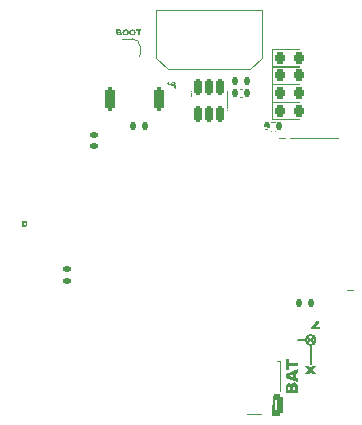
<source format=gbr>
%TF.GenerationSoftware,KiCad,Pcbnew,8.0.4*%
%TF.CreationDate,2024-12-05T11:14:02-05:00*%
%TF.ProjectId,IMpack,494d7061-636b-42e6-9b69-6361645f7063,rev?*%
%TF.SameCoordinates,Original*%
%TF.FileFunction,Legend,Top*%
%TF.FilePolarity,Positive*%
%FSLAX46Y46*%
G04 Gerber Fmt 4.6, Leading zero omitted, Abs format (unit mm)*
G04 Created by KiCad (PCBNEW 8.0.4) date 2024-12-05 11:14:02*
%MOMM*%
%LPD*%
G01*
G04 APERTURE LIST*
G04 Aperture macros list*
%AMRoundRect*
0 Rectangle with rounded corners*
0 $1 Rounding radius*
0 $2 $3 $4 $5 $6 $7 $8 $9 X,Y pos of 4 corners*
0 Add a 4 corners polygon primitive as box body*
4,1,4,$2,$3,$4,$5,$6,$7,$8,$9,$2,$3,0*
0 Add four circle primitives for the rounded corners*
1,1,$1+$1,$2,$3*
1,1,$1+$1,$4,$5*
1,1,$1+$1,$6,$7*
1,1,$1+$1,$8,$9*
0 Add four rect primitives between the rounded corners*
20,1,$1+$1,$2,$3,$4,$5,0*
20,1,$1+$1,$4,$5,$6,$7,0*
20,1,$1+$1,$6,$7,$8,$9,0*
20,1,$1+$1,$8,$9,$2,$3,0*%
%AMOutline4P*
0 Free polygon, 4 corners , with rotation*
0 The origin of the aperture is its center*
0 number of corners: always 4*
0 $1 to $8 corner X, Y*
0 $9 Rotation angle, in degrees counterclockwise*
0 create outline with 4 corners*
4,1,4,$1,$2,$3,$4,$5,$6,$7,$8,$1,$2,$9*%
%AMFreePoly0*
4,1,19,0.500000,-0.750000,0.000000,-0.750000,0.000000,-0.744911,-0.071157,-0.744911,-0.207708,-0.704816,-0.327430,-0.627875,-0.420627,-0.520320,-0.479746,-0.390866,-0.500000,-0.250000,-0.500000,0.250000,-0.479746,0.390866,-0.420627,0.520320,-0.327430,0.627875,-0.207708,0.704816,-0.071157,0.744911,0.000000,0.744911,0.000000,0.750000,0.500000,0.750000,0.500000,-0.750000,0.500000,-0.750000,
$1*%
%AMFreePoly1*
4,1,19,0.000000,0.744911,0.071157,0.744911,0.207708,0.704816,0.327430,0.627875,0.420627,0.520320,0.479746,0.390866,0.500000,0.250000,0.500000,-0.250000,0.479746,-0.390866,0.420627,-0.520320,0.327430,-0.627875,0.207708,-0.704816,0.071157,-0.744911,0.000000,-0.744911,0.000000,-0.750000,-0.500000,-0.750000,-0.500000,0.750000,0.000000,0.750000,0.000000,0.744911,0.000000,0.744911,
$1*%
%AMFreePoly2*
4,1,288,-10.746393,17.152804,-10.619479,17.114421,-10.619480,17.114421,-9.851444,16.755480,-9.100467,16.362094,-8.670211,16.111225,-8.641226,16.098531,-8.592373,16.065840,-8.368095,15.935071,-7.655832,15.475290,-6.965142,14.983695,-6.297446,14.461297,-5.654115,13.909170,-5.036473,13.328450,-4.445789,12.720329,-3.883278,12.086059,-3.350096,11.426942,-2.847339,10.744335,-2.376040,10.039640,-2.067728,9.530084,
-2.057470,9.514754,-2.057469,9.514755,-2.054889,9.508865,-1.937169,9.314305,-1.531627,8.569823,-1.160249,7.807723,-0.823798,7.029572,-0.522965,6.236971,-0.258369,5.431547,-0.030554,4.614958,0.160012,3.788881,0.312937,2.955016,0.427907,2.115076,0.504685,1.270787,0.543114,0.423886,0.543114,-0.423886,0.504685,-1.270787,0.427907,-2.115076,0.312937,-2.955016,0.160012,-3.788881,
-0.030554,-4.614958,-0.258369,-5.431547,-0.522965,-6.236971,-0.823798,-7.029572,-1.160249,-7.807723,-1.531627,-8.569823,-1.937169,-9.314305,-2.054834,-9.508774,-2.057457,-9.514762,-2.057458,-9.514761,-2.067886,-9.530344,-2.376040,-10.039640,-2.847339,-10.744335,-3.350096,-11.426942,-3.883278,-12.086059,-4.445789,-12.720329,-5.036473,-13.328450,-5.654115,-13.909170,-6.297446,-14.461297,-6.965142,-14.983695,
-7.655832,-15.475290,-8.368095,-15.935071,-8.592336,-16.065819,-8.641224,-16.098533,-8.641224,-16.098534,-8.670236,-16.111240,-9.100467,-16.362094,-9.851444,-16.755480,-10.619480,-17.114421,-10.619479,-17.114421,-10.746393,-17.152804,-10.878804,-17.159699,-11.009017,-17.134705,-11.129465,-17.079276,-11.233148,-16.996632,-11.314041,-16.891576,-11.367441,-16.770215,-11.390246,-16.639600,-11.381130,-16.507324,-11.340623,-16.381072,
-11.271079,-16.268184,-11.176540,-16.175218,-11.062501,-16.107579,-11.062501,-16.107578,-10.689941,-15.943637,-9.960769,-15.581673,-9.249112,-15.186383,-9.234464,-15.177336,-9.200752,-15.151470,-9.096442,-15.089843,-8.905695,-14.940413,-8.736083,-14.767365,-8.590510,-14.573658,-8.471466,-14.362608,-8.380988,-14.137824,-8.320624,-13.903154,-8.291407,-13.662613,-8.293837,-13.420316,-8.327872,-13.180409,-8.392930,-12.946996,
-8.487898,-12.724073,-8.549524,-12.619762,-8.549523,-12.619762,-8.602714,-12.498308,-8.625294,-12.367655,-8.615951,-12.235394,-8.575227,-12.109213,-8.505489,-11.996444,-8.410790,-11.903641,-8.296634,-11.836198,-8.169655,-11.798034,-8.037232,-11.791367,-7.907062,-11.816585,-7.786709,-11.872222,-7.683168,-11.955044,-7.602457,-12.060238,-7.602458,-12.060239,-7.450500,-12.353894,-7.332377,-12.662717,-7.249573,-12.982824,
-7.203131,-13.310189,-7.195931,-13.560701,-7.155990,-13.549999,-7.080989,-13.570095,-7.026085,-13.625000,-7.023487,-13.634692,-6.607446,-13.289902,-6.005334,-12.742022,-5.429197,-12.166891,-4.880268,-11.565736,-4.520196,-11.132796,-4.530992,-11.129904,-4.585896,-11.075000,-4.605992,-10.999999,-4.595292,-10.960067,-4.845803,-10.952870,-5.173169,-10.906429,-5.493276,-10.823626,-5.802101,-10.705503,-6.095757,-10.553546,
-6.200952,-10.472835,-6.283775,-10.369294,-6.339412,-10.248942,-6.364630,-10.118771,-6.357963,-9.986349,-6.319799,-9.859370,-6.252357,-9.745213,-6.159554,-9.650514,-6.046786,-9.580776,-5.920604,-9.540052,-5.788344,-9.530708,-5.657690,-9.553287,-5.536237,-9.606478,-5.431926,-9.668104,-5.209001,-9.763072,-4.975588,-9.828129,-4.735679,-9.862163,-4.493381,-9.864592,-4.252839,-9.835374,-4.018169,-9.775009,
-3.793385,-9.684530,-3.582334,-9.565485,-3.388627,-9.419910,-3.215579,-9.250298,-3.066150,-9.059549,-3.004523,-8.955238,-2.968599,-8.908417,-2.582646,-8.216419,-2.219410,-7.487880,-1.890246,-6.743326,-1.595858,-5.984349,-1.336876,-5.212573,-1.113854,-4.429648,-0.927269,-3.637249,-0.777519,-2.837071,-0.664926,-2.030824,-0.589730,-1.220235,-0.552092,-0.407035,-0.552092,0.407035,-0.589730,1.220235,
-0.664926,2.030824,-0.777519,2.837071,-0.927269,3.637249,-1.113854,4.429648,-1.336876,5.212573,-1.595858,5.984349,-1.890246,6.743326,-2.219410,7.487880,-2.582646,8.216419,-2.968551,8.908332,-3.004535,8.955231,-3.004536,8.955231,-3.066162,9.059541,-3.215590,9.250289,-3.388636,9.419900,-3.582342,9.565473,-3.793391,9.684518,-4.018173,9.774996,-4.252842,9.835361,-4.493382,9.864578,
-4.735678,9.862149,-4.975584,9.828115,-5.208996,9.763058,-5.431919,9.668091,-5.536229,9.606466,-5.536229,9.606467,-5.657683,9.553275,-5.788336,9.530696,-5.920597,9.540039,-6.046778,9.580764,-6.159547,9.650502,-6.252349,9.745201,-6.319792,9.859357,-6.357956,9.986336,-6.364623,10.118759,-6.339405,10.248929,-6.283768,10.369282,-6.200945,10.472822,-6.095751,10.553533,-6.095750,10.553533,
-5.802095,10.705489,-5.493272,10.823612,-5.173166,10.906415,-4.845802,10.952856,-4.595288,10.960053,-4.605992,10.999999,-4.585896,11.074999,-4.530991,11.129904,-4.520196,11.132796,-4.880268,11.565736,-5.429197,12.166891,-6.005334,12.742022,-6.607446,13.289902,-7.023487,13.634692,-7.026085,13.624999,-7.080989,13.570095,-7.155990,13.549999,-7.195934,13.560701,-7.203134,13.310190,-7.249576,12.982825,
-7.332379,12.662719,-7.450503,12.353896,-7.602460,12.060241,-7.683171,11.955046,-7.786712,11.872224,-7.907065,11.816587,-8.037235,11.791369,-8.169657,11.798036,-8.296637,11.836200,-8.410793,11.903643,-8.505492,11.996446,-8.575230,12.109215,-8.615954,12.235396,-8.625297,12.367657,-8.602717,12.498310,-8.549526,12.619763,-8.487900,12.724074,-8.392933,12.946997,-8.327875,13.180409,-8.293840,13.420316,
-8.291410,13.662613,-8.320627,13.903154,-8.380991,14.137824,-8.471469,14.362607,-8.590513,14.573657,-8.736086,14.767364,-8.905697,14.940412,-9.096444,15.089842,-9.200754,15.151468,-9.200754,15.151469,-9.234481,15.177346,-9.249112,15.186383,-9.960769,15.581673,-10.689941,15.943637,-11.062501,16.107578,-11.062501,16.107579,-11.176540,16.175218,-11.271079,16.268184,-11.340623,16.381072,-11.381130,16.507324,
-11.390246,16.639600,-11.367441,16.770215,-11.314041,16.891576,-11.233148,16.996632,-11.129465,17.079276,-11.009017,17.134705,-10.878804,17.159699,-10.746393,17.152804,-10.746393,17.152804,$1*%
G04 Aperture macros list end*
%ADD10C,0.150000*%
%ADD11C,0.125000*%
%ADD12C,0.187500*%
%ADD13C,0.120000*%
%ADD14RoundRect,0.218750X-0.218750X-0.256250X0.218750X-0.256250X0.218750X0.256250X-0.218750X0.256250X0*%
%ADD15RoundRect,0.140000X0.140000X0.170000X-0.140000X0.170000X-0.140000X-0.170000X0.140000X-0.170000X0*%
%ADD16RoundRect,0.150000X-0.150000X-0.625000X0.150000X-0.625000X0.150000X0.625000X-0.150000X0.625000X0*%
%ADD17RoundRect,0.250000X-0.350000X-0.650000X0.350000X-0.650000X0.350000X0.650000X-0.350000X0.650000X0*%
%ADD18RoundRect,0.140000X0.170000X-0.140000X0.170000X0.140000X-0.170000X0.140000X-0.170000X-0.140000X0*%
%ADD19RoundRect,0.147500X-0.147500X-0.172500X0.147500X-0.172500X0.147500X0.172500X-0.147500X0.172500X0*%
%ADD20RoundRect,0.225000X-0.225000X-0.250000X0.225000X-0.250000X0.225000X0.250000X-0.225000X0.250000X0*%
%ADD21RoundRect,0.135000X0.135000X0.185000X-0.135000X0.185000X-0.135000X-0.185000X0.135000X-0.185000X0*%
%ADD22RoundRect,0.140000X-0.140000X-0.170000X0.140000X-0.170000X0.140000X0.170000X-0.140000X0.170000X0*%
%ADD23RoundRect,0.147500X-0.172500X0.147500X-0.172500X-0.147500X0.172500X-0.147500X0.172500X0.147500X0*%
%ADD24RoundRect,0.200000X-0.200000X-0.600000X0.200000X-0.600000X0.200000X0.600000X-0.200000X0.600000X0*%
%ADD25RoundRect,0.200000X-0.300000X-0.200000X0.300000X-0.200000X0.300000X0.200000X-0.300000X0.200000X0*%
%ADD26RoundRect,0.135000X-0.135000X-0.185000X0.135000X-0.185000X0.135000X0.185000X-0.135000X0.185000X0*%
%ADD27FreePoly0,180.000000*%
%ADD28FreePoly1,180.000000*%
%ADD29RoundRect,0.075000X-0.700000X-0.075000X0.700000X-0.075000X0.700000X0.075000X-0.700000X0.075000X0*%
%ADD30RoundRect,0.075000X-0.075000X-0.700000X0.075000X-0.700000X0.075000X0.700000X-0.075000X0.700000X0*%
%ADD31RoundRect,0.140000X-0.170000X0.140000X-0.170000X-0.140000X0.170000X-0.140000X0.170000X0.140000X0*%
%ADD32C,4.400000*%
%ADD33RoundRect,0.135000X-0.185000X0.135000X-0.185000X-0.135000X0.185000X-0.135000X0.185000X0.135000X0*%
%ADD34FreePoly2,180.000000*%
%ADD35FreePoly2,0.000000*%
%ADD36RoundRect,0.150000X0.150000X-0.512500X0.150000X0.512500X-0.150000X0.512500X-0.150000X-0.512500X0*%
%ADD37C,0.990600*%
%ADD38C,0.787400*%
%ADD39FreePoly0,270.000000*%
%ADD40FreePoly1,270.000000*%
%ADD41RoundRect,0.200000X0.200000X0.800000X-0.200000X0.800000X-0.200000X-0.800000X0.200000X-0.800000X0*%
%ADD42R,1.400000X1.200000*%
%ADD43Outline4P,-0.200000X-0.625000X0.200000X-0.625000X0.200000X0.625000X-0.200000X0.625000X0.000000*%
%ADD44R,0.400000X1.250000*%
%ADD45O,1.070000X1.900000*%
%ADD46C,1.300000*%
%ADD47Outline4P,-0.300000X-0.675000X0.300000X-0.675000X0.300000X0.675000X-0.300000X0.675000X0.000000*%
%ADD48R,1.750000X0.700000*%
%ADD49R,1.000000X1.450000*%
%ADD50R,1.550000X1.000000*%
%ADD51R,1.500000X0.800000*%
%ADD52R,1.500000X1.300000*%
%ADD53R,1.500000X1.500000*%
%ADD54R,1.400000X0.800000*%
G04 APERTURE END LIST*
D10*
X108900000Y-111000000D02*
X108318297Y-110420737D01*
X108898780Y-110419518D02*
X108319517Y-111001221D01*
X108611237Y-112711707D02*
X108611237Y-111135971D01*
X108186973Y-110711707D02*
X106611237Y-110711707D01*
X109035501Y-110711707D02*
G75*
G02*
X108186973Y-110711707I-424264J0D01*
G01*
X108186973Y-110711707D02*
G75*
G02*
X109035501Y-110711707I424264J0D01*
G01*
G36*
X91147976Y-110814581D02*
G01*
X91981821Y-110814581D01*
X91981821Y-111049054D01*
X91459874Y-111049054D01*
X91459874Y-111189738D01*
X91944208Y-111189738D01*
X91944208Y-111392948D01*
X91459874Y-111392948D01*
X91459874Y-111580526D01*
X91996964Y-111580526D01*
X91996964Y-111815000D01*
X91147976Y-111815000D01*
X91147976Y-110814581D01*
G37*
G36*
X92089532Y-110814581D02*
G01*
X92432205Y-110814581D01*
X92610991Y-111122327D01*
X92783915Y-110814581D01*
X93123412Y-110814581D01*
X92810049Y-111299159D01*
X93152966Y-111815000D01*
X92803210Y-111815000D01*
X92604641Y-111493576D01*
X92405583Y-111815000D01*
X92057781Y-111815000D01*
X92405583Y-111293541D01*
X92089532Y-110814581D01*
G37*
G36*
X93813827Y-110816519D02*
G01*
X93869239Y-110823961D01*
X93918676Y-110836984D01*
X93968798Y-110859231D01*
X94010786Y-110889076D01*
X94016120Y-110893960D01*
X94048953Y-110931890D01*
X94073722Y-110976226D01*
X94090427Y-111026966D01*
X94098327Y-111075555D01*
X94100384Y-111119640D01*
X94097155Y-111173833D01*
X94087469Y-111223390D01*
X94068008Y-111275345D01*
X94039758Y-111320990D01*
X94008548Y-111355090D01*
X93963849Y-111388114D01*
X93918168Y-111409964D01*
X93865686Y-111425855D01*
X93816757Y-111434545D01*
X93763104Y-111439098D01*
X93728646Y-111439842D01*
X93558409Y-111439842D01*
X93558409Y-111815000D01*
X93245778Y-111815000D01*
X93245778Y-111236632D01*
X93558409Y-111236632D01*
X93634613Y-111236632D01*
X93685694Y-111233675D01*
X93736409Y-111220987D01*
X93761130Y-111206346D01*
X93790557Y-111166590D01*
X93797523Y-111128189D01*
X93786329Y-111078365D01*
X93765771Y-111050031D01*
X93720342Y-111025851D01*
X93667998Y-111018295D01*
X93647069Y-111017791D01*
X93558409Y-111017791D01*
X93558409Y-111236632D01*
X93245778Y-111236632D01*
X93245778Y-110814581D01*
X93763084Y-110814581D01*
X93813827Y-110816519D01*
G37*
D11*
G36*
X96431665Y-91797500D02*
G01*
X96431665Y-91040738D01*
X96619243Y-91040738D01*
X96619243Y-91294556D01*
X97232000Y-91294556D01*
X97232000Y-91543488D01*
X96619243Y-91543488D01*
X96619243Y-91797500D01*
X96431665Y-91797500D01*
G37*
G36*
X97232000Y-90418408D02*
G01*
X96987170Y-90551276D01*
X96951983Y-90572417D01*
X96925426Y-90596412D01*
X96909474Y-90632865D01*
X96906863Y-90657375D01*
X96906863Y-90679454D01*
X97232000Y-90679454D01*
X97232000Y-90929364D01*
X96431665Y-90929364D01*
X96431665Y-90570034D01*
X96594233Y-90570034D01*
X96594233Y-90679454D01*
X96756801Y-90679454D01*
X96756801Y-90574528D01*
X96751148Y-90533458D01*
X96745859Y-90508484D01*
X96726765Y-90473147D01*
X96720848Y-90468038D01*
X96683957Y-90452956D01*
X96674344Y-90452406D01*
X96634739Y-90461155D01*
X96614944Y-90477221D01*
X96598784Y-90515677D01*
X96594415Y-90557630D01*
X96594233Y-90570034D01*
X96431665Y-90570034D01*
X96431665Y-90514542D01*
X96432358Y-90473154D01*
X96434922Y-90429713D01*
X96440164Y-90386454D01*
X96449010Y-90345934D01*
X96451399Y-90338101D01*
X96468827Y-90298982D01*
X96494243Y-90265451D01*
X96524281Y-90239817D01*
X96559769Y-90220034D01*
X96599798Y-90207577D01*
X96639707Y-90202631D01*
X96653828Y-90202302D01*
X96693678Y-90205107D01*
X96733369Y-90214672D01*
X96768720Y-90231025D01*
X96802361Y-90255443D01*
X96830892Y-90285906D01*
X96847073Y-90309573D01*
X96864561Y-90347333D01*
X96876324Y-90386717D01*
X96878727Y-90396914D01*
X96893723Y-90358422D01*
X96908622Y-90332043D01*
X96936612Y-90304603D01*
X96951609Y-90292378D01*
X96983620Y-90268425D01*
X97002020Y-90257403D01*
X97232000Y-90137040D01*
X97232000Y-90418408D01*
G37*
G36*
X96431665Y-90052043D02*
G01*
X96431665Y-89802720D01*
X97232000Y-89802720D01*
X97232000Y-90052043D01*
X96431665Y-90052043D01*
G37*
G36*
X96969390Y-89221618D02*
G01*
X96781811Y-89221618D01*
X96781811Y-88837082D01*
X97106556Y-88837082D01*
X97130341Y-88870961D01*
X97155584Y-88909979D01*
X97177227Y-88947210D01*
X97195270Y-88982656D01*
X97211772Y-89021752D01*
X97215586Y-89032476D01*
X97226854Y-89071101D01*
X97235355Y-89112773D01*
X97241088Y-89157494D01*
X97243799Y-89198252D01*
X97244505Y-89233928D01*
X97243322Y-89277453D01*
X97239773Y-89318394D01*
X97232390Y-89364109D01*
X97221601Y-89406101D01*
X97207404Y-89444370D01*
X97196047Y-89467814D01*
X97172584Y-89505373D01*
X97144596Y-89539061D01*
X97112082Y-89568878D01*
X97075043Y-89594824D01*
X97051846Y-89607912D01*
X97014880Y-89624779D01*
X96975935Y-89638156D01*
X96935012Y-89648043D01*
X96892111Y-89654440D01*
X96847232Y-89657348D01*
X96831832Y-89657542D01*
X96791817Y-89656216D01*
X96746003Y-89651124D01*
X96702594Y-89642212D01*
X96661588Y-89629481D01*
X96622987Y-89612930D01*
X96604588Y-89603223D01*
X96569960Y-89581007D01*
X96538615Y-89555247D01*
X96510554Y-89525943D01*
X96485777Y-89493094D01*
X96464282Y-89456700D01*
X96457847Y-89443781D01*
X96442773Y-89405251D01*
X96431400Y-89361299D01*
X96424600Y-89319309D01*
X96420519Y-89273335D01*
X96419197Y-89231979D01*
X96419159Y-89223376D01*
X96419770Y-89183313D01*
X96422115Y-89139569D01*
X96426218Y-89100551D01*
X96433228Y-89061004D01*
X96444170Y-89023683D01*
X96462389Y-88984498D01*
X96486027Y-88949739D01*
X96515084Y-88919407D01*
X96521546Y-88913872D01*
X96553227Y-88890968D01*
X96589360Y-88871495D01*
X96629944Y-88855453D01*
X96654414Y-88848024D01*
X96694274Y-89088163D01*
X96658903Y-89106636D01*
X96630827Y-89136373D01*
X96629404Y-89138575D01*
X96613135Y-89176024D01*
X96607092Y-89215426D01*
X96606738Y-89228847D01*
X96610957Y-89272272D01*
X96623616Y-89310441D01*
X96644713Y-89343356D01*
X96660080Y-89359371D01*
X96695001Y-89382890D01*
X96734293Y-89397333D01*
X96775046Y-89404983D01*
X96814709Y-89407834D01*
X96828901Y-89408024D01*
X96872517Y-89406293D01*
X96917151Y-89399897D01*
X96955053Y-89388790D01*
X96990126Y-89370325D01*
X97004365Y-89358784D01*
X97029773Y-89328027D01*
X97046866Y-89291149D01*
X97055643Y-89248150D01*
X97056926Y-89221618D01*
X97054875Y-89180927D01*
X97048720Y-89142092D01*
X97038493Y-89104010D01*
X97024377Y-89064206D01*
X97020778Y-89055142D01*
X96969390Y-89055142D01*
X96969390Y-89221618D01*
G37*
D10*
G36*
X93746933Y-106750780D02*
G01*
X93790003Y-106755486D01*
X93830372Y-106763328D01*
X93868039Y-106774308D01*
X93903004Y-106788424D01*
X93942910Y-106810481D01*
X93978595Y-106837440D01*
X93991687Y-106849596D01*
X94021081Y-106882872D01*
X94045493Y-106920074D01*
X94064923Y-106961203D01*
X94076880Y-106996934D01*
X94085648Y-107035178D01*
X94091228Y-107075934D01*
X94093620Y-107119204D01*
X94093719Y-107130414D01*
X94092628Y-107170251D01*
X94089354Y-107207790D01*
X94082545Y-107249803D01*
X94072593Y-107288505D01*
X94059499Y-107323897D01*
X94049023Y-107345653D01*
X94027646Y-107380579D01*
X94002465Y-107411945D01*
X93973480Y-107439754D01*
X93940691Y-107464003D01*
X93920246Y-107476262D01*
X93881471Y-107494463D01*
X93845068Y-107506506D01*
X93805741Y-107515264D01*
X93763490Y-107520738D01*
X93726048Y-107522791D01*
X93710502Y-107522973D01*
X93671623Y-107521989D01*
X93634900Y-107519038D01*
X93593678Y-107512898D01*
X93555560Y-107503925D01*
X93520545Y-107492118D01*
X93498927Y-107482673D01*
X93463818Y-107462798D01*
X93431743Y-107438435D01*
X93402700Y-107409583D01*
X93376690Y-107376244D01*
X93363189Y-107355178D01*
X93345509Y-107320872D01*
X93331487Y-107283488D01*
X93321123Y-107243026D01*
X93314417Y-107199485D01*
X93311622Y-107160849D01*
X93311165Y-107136642D01*
X93544539Y-107136642D01*
X93546033Y-107176529D01*
X93551553Y-107217448D01*
X93562842Y-107256806D01*
X93581891Y-107291642D01*
X93587038Y-107298025D01*
X93616586Y-107323914D01*
X93652110Y-107340215D01*
X93689190Y-107346687D01*
X93702625Y-107347118D01*
X93742280Y-107343322D01*
X93780018Y-107330199D01*
X93811102Y-107307702D01*
X93819129Y-107299125D01*
X93839053Y-107265997D01*
X93851289Y-107226430D01*
X93857769Y-107183995D01*
X93860184Y-107141817D01*
X93860345Y-107126567D01*
X93858832Y-107089258D01*
X93853241Y-107050745D01*
X93841806Y-107013341D01*
X93822510Y-106979692D01*
X93817297Y-106973427D01*
X93787405Y-106947924D01*
X93751538Y-106931867D01*
X93714149Y-106925492D01*
X93700610Y-106925067D01*
X93663128Y-106928950D01*
X93626613Y-106942374D01*
X93595501Y-106965386D01*
X93587221Y-106974159D01*
X93566589Y-107006860D01*
X93553918Y-107044467D01*
X93547207Y-107083966D01*
X93544706Y-107122719D01*
X93544539Y-107136642D01*
X93311165Y-107136642D01*
X93312774Y-107092114D01*
X93317599Y-107050123D01*
X93325642Y-107010667D01*
X93336902Y-106973747D01*
X93351379Y-106939363D01*
X93374000Y-106899950D01*
X93401647Y-106864498D01*
X93414114Y-106851427D01*
X93448314Y-106821981D01*
X93486460Y-106797525D01*
X93519816Y-106781553D01*
X93555697Y-106768777D01*
X93594102Y-106759194D01*
X93635032Y-106752805D01*
X93678486Y-106749611D01*
X93701160Y-106749212D01*
X93746933Y-106750780D01*
G37*
G36*
X94215719Y-106760935D02*
G01*
X94792742Y-106760935D01*
X94792742Y-106936790D01*
X94450009Y-106936790D01*
X94450009Y-107054027D01*
X94742734Y-107054027D01*
X94742734Y-107206434D01*
X94450009Y-107206434D01*
X94450009Y-107511250D01*
X94215719Y-107511250D01*
X94215719Y-106760935D01*
G37*
G36*
X94915474Y-106760935D02*
G01*
X95492498Y-106760935D01*
X95492498Y-106936790D01*
X95149764Y-106936790D01*
X95149764Y-107054027D01*
X95442489Y-107054027D01*
X95442489Y-107206434D01*
X95149764Y-107206434D01*
X95149764Y-107511250D01*
X94915474Y-107511250D01*
X94915474Y-106760935D01*
G37*
G36*
X108663677Y-109080317D02*
G01*
X109340230Y-109080317D01*
X109340230Y-109240785D01*
X108971912Y-109627421D01*
X109362944Y-109627421D01*
X109362944Y-109815000D01*
X108636078Y-109815000D01*
X108636078Y-109636946D01*
X108985101Y-109267896D01*
X108663677Y-109267896D01*
X108663677Y-109080317D01*
G37*
G36*
X102309616Y-106750780D02*
G01*
X102352686Y-106755486D01*
X102393055Y-106763328D01*
X102430722Y-106774308D01*
X102465687Y-106788424D01*
X102505593Y-106810481D01*
X102541278Y-106837440D01*
X102554370Y-106849596D01*
X102583764Y-106882872D01*
X102608176Y-106920074D01*
X102627606Y-106961203D01*
X102639563Y-106996934D01*
X102648331Y-107035178D01*
X102653911Y-107075934D01*
X102656303Y-107119204D01*
X102656402Y-107130414D01*
X102655311Y-107170251D01*
X102652037Y-107207790D01*
X102645228Y-107249803D01*
X102635276Y-107288505D01*
X102622182Y-107323897D01*
X102611706Y-107345653D01*
X102590329Y-107380579D01*
X102565148Y-107411945D01*
X102536163Y-107439754D01*
X102503374Y-107464003D01*
X102482929Y-107476262D01*
X102444154Y-107494463D01*
X102407751Y-107506506D01*
X102368424Y-107515264D01*
X102326173Y-107520738D01*
X102288731Y-107522791D01*
X102273185Y-107522973D01*
X102234306Y-107521989D01*
X102197583Y-107519038D01*
X102156361Y-107512898D01*
X102118243Y-107503925D01*
X102083228Y-107492118D01*
X102061610Y-107482673D01*
X102026501Y-107462798D01*
X101994426Y-107438435D01*
X101965383Y-107409583D01*
X101939373Y-107376244D01*
X101925872Y-107355178D01*
X101908192Y-107320872D01*
X101894170Y-107283488D01*
X101883806Y-107243026D01*
X101877100Y-107199485D01*
X101874305Y-107160849D01*
X101873848Y-107136642D01*
X102107222Y-107136642D01*
X102108716Y-107176529D01*
X102114236Y-107217448D01*
X102125525Y-107256806D01*
X102144574Y-107291642D01*
X102149721Y-107298025D01*
X102179269Y-107323914D01*
X102214793Y-107340215D01*
X102251873Y-107346687D01*
X102265308Y-107347118D01*
X102304963Y-107343322D01*
X102342701Y-107330199D01*
X102373785Y-107307702D01*
X102381812Y-107299125D01*
X102401736Y-107265997D01*
X102413972Y-107226430D01*
X102420452Y-107183995D01*
X102422867Y-107141817D01*
X102423028Y-107126567D01*
X102421515Y-107089258D01*
X102415924Y-107050745D01*
X102404489Y-107013341D01*
X102385193Y-106979692D01*
X102379980Y-106973427D01*
X102350088Y-106947924D01*
X102314221Y-106931867D01*
X102276832Y-106925492D01*
X102263293Y-106925067D01*
X102225811Y-106928950D01*
X102189296Y-106942374D01*
X102158184Y-106965386D01*
X102149904Y-106974159D01*
X102129272Y-107006860D01*
X102116601Y-107044467D01*
X102109890Y-107083966D01*
X102107389Y-107122719D01*
X102107222Y-107136642D01*
X101873848Y-107136642D01*
X101875457Y-107092114D01*
X101880282Y-107050123D01*
X101888325Y-107010667D01*
X101899585Y-106973747D01*
X101914062Y-106939363D01*
X101936683Y-106899950D01*
X101964330Y-106864498D01*
X101976797Y-106851427D01*
X102010997Y-106821981D01*
X102049143Y-106797525D01*
X102082499Y-106781553D01*
X102118380Y-106768777D01*
X102156785Y-106759194D01*
X102197715Y-106752805D01*
X102241169Y-106749611D01*
X102263843Y-106749212D01*
X102309616Y-106750780D01*
G37*
G36*
X102778768Y-106760935D02*
G01*
X102996755Y-106760935D01*
X103281237Y-107183720D01*
X103281237Y-106760935D01*
X103501055Y-106760935D01*
X103501055Y-107511250D01*
X103281237Y-107511250D01*
X102998220Y-107090663D01*
X102998220Y-107511250D01*
X102778768Y-107511250D01*
X102778768Y-106760935D01*
G37*
D11*
G36*
X84439022Y-100607938D02*
G01*
X84465494Y-100610334D01*
X84492685Y-100615232D01*
X84516609Y-100622435D01*
X84524738Y-100625730D01*
X84547278Y-100637369D01*
X84567500Y-100651538D01*
X84585403Y-100668238D01*
X84594348Y-100678609D01*
X84608606Y-100698879D01*
X84620468Y-100720946D01*
X84629935Y-100744809D01*
X84634159Y-100758843D01*
X84640122Y-100784969D01*
X84644133Y-100811964D01*
X84646060Y-100836690D01*
X84646493Y-100855685D01*
X84645845Y-100884506D01*
X84643900Y-100910794D01*
X84639993Y-100938262D01*
X84634320Y-100962282D01*
X84628053Y-100980127D01*
X84616619Y-101003805D01*
X84602924Y-101025241D01*
X84586969Y-101044437D01*
X84577129Y-101054132D01*
X84556272Y-101070812D01*
X84534462Y-101083604D01*
X84511698Y-101092508D01*
X84507031Y-101093822D01*
X84482049Y-101099806D01*
X84455387Y-101104494D01*
X84430250Y-101107019D01*
X84414341Y-101107500D01*
X84183165Y-101107500D01*
X84183165Y-100990263D01*
X84338747Y-100990263D01*
X84376849Y-100990263D01*
X84402036Y-100989442D01*
X84426786Y-100986208D01*
X84446214Y-100979883D01*
X84465592Y-100964347D01*
X84478454Y-100943368D01*
X84485599Y-100919234D01*
X84489033Y-100892196D01*
X84490132Y-100866031D01*
X84490178Y-100858860D01*
X84489259Y-100831589D01*
X84485865Y-100804114D01*
X84478923Y-100778438D01*
X84467209Y-100756851D01*
X84464044Y-100753103D01*
X84444424Y-100738034D01*
X84421014Y-100729243D01*
X84395632Y-100725224D01*
X84377582Y-100724527D01*
X84338747Y-100724527D01*
X84338747Y-100990263D01*
X84183165Y-100990263D01*
X84183165Y-100607290D01*
X84414341Y-100607290D01*
X84439022Y-100607938D01*
G37*
G36*
X84724895Y-100607290D02*
G01*
X85141818Y-100607290D01*
X85141818Y-100724527D01*
X84880844Y-100724527D01*
X84880844Y-100794869D01*
X85123011Y-100794869D01*
X85123011Y-100896474D01*
X84880844Y-100896474D01*
X84880844Y-100990263D01*
X85149390Y-100990263D01*
X85149390Y-101107500D01*
X84724895Y-101107500D01*
X84724895Y-100607290D01*
G37*
G36*
X85548087Y-100608501D02*
G01*
X85575536Y-100612974D01*
X85599749Y-100620743D01*
X85623455Y-100633657D01*
X85633723Y-100641728D01*
X85650767Y-100659970D01*
X85664120Y-100682937D01*
X85671310Y-100708494D01*
X85672680Y-100726969D01*
X85669961Y-100752426D01*
X85661803Y-100775522D01*
X85648208Y-100796256D01*
X85644836Y-100800120D01*
X85625322Y-100816245D01*
X85603385Y-100827499D01*
X85590614Y-100832238D01*
X85615985Y-100840153D01*
X85640221Y-100851922D01*
X85659897Y-100866724D01*
X85670482Y-100878278D01*
X85684006Y-100900302D01*
X85692521Y-100925619D01*
X85695902Y-100951218D01*
X85696127Y-100960343D01*
X85693977Y-100987013D01*
X85687527Y-101011778D01*
X85677931Y-101032639D01*
X85663834Y-101053133D01*
X85646562Y-101070452D01*
X85628105Y-101083442D01*
X85605387Y-101093010D01*
X85580875Y-101098617D01*
X85568999Y-101100416D01*
X85542252Y-101103840D01*
X85517145Y-101106503D01*
X85499267Y-101107500D01*
X85230722Y-101107500D01*
X85230722Y-100990263D01*
X85387648Y-100990263D01*
X85467027Y-100990263D01*
X85491850Y-100988589D01*
X85515345Y-100981617D01*
X85523692Y-100976097D01*
X85537457Y-100955728D01*
X85540178Y-100937873D01*
X85533786Y-100913525D01*
X85523814Y-100902213D01*
X85501405Y-100892047D01*
X85476503Y-100888870D01*
X85466661Y-100888658D01*
X85387648Y-100888658D01*
X85387648Y-100990263D01*
X85230722Y-100990263D01*
X85230722Y-100794869D01*
X85387648Y-100794869D01*
X85455304Y-100794869D01*
X85481224Y-100793014D01*
X85505069Y-100784325D01*
X85505984Y-100783633D01*
X85519142Y-100762134D01*
X85520272Y-100750905D01*
X85512891Y-100726945D01*
X85505984Y-100720008D01*
X85483264Y-100711022D01*
X85458588Y-100708906D01*
X85456403Y-100708895D01*
X85387648Y-100708895D01*
X85387648Y-100794869D01*
X85230722Y-100794869D01*
X85230722Y-100607290D01*
X85521982Y-100607290D01*
X85548087Y-100608501D01*
G37*
G36*
X86084107Y-100607290D02*
G01*
X86239323Y-100607290D01*
X86239323Y-100904900D01*
X86238222Y-100929381D01*
X86234415Y-100955675D01*
X86227889Y-100981015D01*
X86225401Y-100988431D01*
X86215162Y-101012054D01*
X86201845Y-101033769D01*
X86185452Y-101053575D01*
X86181804Y-101057308D01*
X86162971Y-101073985D01*
X86141593Y-101088363D01*
X86119522Y-101098585D01*
X86095678Y-101105904D01*
X86069574Y-101111133D01*
X86044881Y-101113992D01*
X86018457Y-101115250D01*
X86010590Y-101115315D01*
X85984525Y-101114709D01*
X85959452Y-101113106D01*
X85933067Y-101110502D01*
X85930356Y-101110186D01*
X85904644Y-101106003D01*
X85879556Y-101099142D01*
X85857816Y-101089914D01*
X85836613Y-101076771D01*
X85816783Y-101060055D01*
X85804327Y-101046927D01*
X85789507Y-101027499D01*
X85777454Y-101005843D01*
X85771232Y-100989286D01*
X85764266Y-100963355D01*
X85759580Y-100939144D01*
X85757047Y-100914260D01*
X85756821Y-100904900D01*
X85756821Y-100607290D01*
X85912038Y-100607290D01*
X85912038Y-100911372D01*
X85914736Y-100937308D01*
X85923835Y-100960795D01*
X85934875Y-100975120D01*
X85956352Y-100989985D01*
X85981365Y-100996980D01*
X85998256Y-100998079D01*
X86023829Y-100995409D01*
X86047053Y-100986407D01*
X86061270Y-100975486D01*
X86076056Y-100954006D01*
X86083014Y-100928632D01*
X86084107Y-100911372D01*
X86084107Y-100607290D01*
G37*
G36*
X86592376Y-100943368D02*
G01*
X86592376Y-100826132D01*
X86832711Y-100826132D01*
X86832711Y-101029098D01*
X86811537Y-101043963D01*
X86787151Y-101059740D01*
X86763881Y-101073267D01*
X86741727Y-101084544D01*
X86717292Y-101094857D01*
X86710590Y-101097241D01*
X86686449Y-101104284D01*
X86660404Y-101109597D01*
X86632454Y-101113180D01*
X86606980Y-101114874D01*
X86584683Y-101115315D01*
X86557479Y-101114576D01*
X86531891Y-101112358D01*
X86503319Y-101107744D01*
X86477074Y-101101000D01*
X86453156Y-101092127D01*
X86438503Y-101085029D01*
X86415029Y-101070365D01*
X86393974Y-101052872D01*
X86375339Y-101032551D01*
X86359122Y-101009402D01*
X86350942Y-100994904D01*
X86340401Y-100971800D01*
X86332040Y-100947459D01*
X86325861Y-100921883D01*
X86321862Y-100895069D01*
X86320045Y-100867020D01*
X86319923Y-100857395D01*
X86320752Y-100832386D01*
X86323935Y-100803752D01*
X86329505Y-100776621D01*
X86337462Y-100750993D01*
X86347806Y-100726867D01*
X86353873Y-100715368D01*
X86367758Y-100693725D01*
X86383858Y-100674134D01*
X86402173Y-100656596D01*
X86422704Y-100641110D01*
X86445450Y-100627676D01*
X86453524Y-100623654D01*
X86477605Y-100614233D01*
X86505076Y-100607125D01*
X86531319Y-100602875D01*
X86560053Y-100600324D01*
X86585900Y-100599498D01*
X86591277Y-100599474D01*
X86616317Y-100599856D01*
X86643657Y-100601321D01*
X86668043Y-100603886D01*
X86692760Y-100608267D01*
X86716085Y-100615106D01*
X86740576Y-100626493D01*
X86762301Y-100641267D01*
X86781258Y-100659427D01*
X86784717Y-100663466D01*
X86799033Y-100683267D01*
X86811203Y-100705850D01*
X86821229Y-100731215D01*
X86825872Y-100746509D01*
X86675785Y-100771421D01*
X86664240Y-100749314D01*
X86645654Y-100731767D01*
X86644278Y-100730877D01*
X86620872Y-100720709D01*
X86596246Y-100716932D01*
X86587858Y-100716711D01*
X86560717Y-100719348D01*
X86536862Y-100727260D01*
X86516290Y-100740446D01*
X86506281Y-100750050D01*
X86491581Y-100771875D01*
X86482554Y-100796433D01*
X86477773Y-100821903D01*
X86475991Y-100846693D01*
X86475872Y-100855563D01*
X86476954Y-100882823D01*
X86480951Y-100910719D01*
X86487894Y-100934408D01*
X86499434Y-100956328D01*
X86506647Y-100965228D01*
X86525870Y-100981108D01*
X86548919Y-100991791D01*
X86575793Y-100997277D01*
X86592376Y-100998079D01*
X86617808Y-100996796D01*
X86642080Y-100992950D01*
X86665881Y-100986558D01*
X86690758Y-100977736D01*
X86696424Y-100975486D01*
X86696424Y-100943368D01*
X86592376Y-100943368D01*
G37*
G36*
X92472546Y-84416001D02*
G01*
X92499995Y-84420474D01*
X92524207Y-84428243D01*
X92547914Y-84441157D01*
X92558182Y-84449228D01*
X92575225Y-84467470D01*
X92588579Y-84490437D01*
X92595769Y-84515994D01*
X92597139Y-84534469D01*
X92594419Y-84559926D01*
X92586262Y-84583022D01*
X92572667Y-84603756D01*
X92569295Y-84607620D01*
X92549780Y-84623745D01*
X92527844Y-84634999D01*
X92515073Y-84639738D01*
X92540444Y-84647653D01*
X92564680Y-84659422D01*
X92584356Y-84674224D01*
X92594940Y-84685778D01*
X92608464Y-84707802D01*
X92616979Y-84733119D01*
X92620360Y-84758718D01*
X92620586Y-84767843D01*
X92618436Y-84794513D01*
X92611985Y-84819278D01*
X92602390Y-84840139D01*
X92588293Y-84860633D01*
X92571021Y-84877952D01*
X92552564Y-84890942D01*
X92529845Y-84900510D01*
X92505333Y-84906117D01*
X92493457Y-84907916D01*
X92466711Y-84911340D01*
X92441604Y-84914003D01*
X92423726Y-84915000D01*
X92155181Y-84915000D01*
X92155181Y-84797763D01*
X92312107Y-84797763D01*
X92391486Y-84797763D01*
X92416309Y-84796089D01*
X92439804Y-84789117D01*
X92448150Y-84783597D01*
X92461916Y-84763228D01*
X92464637Y-84745373D01*
X92458244Y-84721025D01*
X92448273Y-84709713D01*
X92425863Y-84699547D01*
X92400962Y-84696370D01*
X92391120Y-84696158D01*
X92312107Y-84696158D01*
X92312107Y-84797763D01*
X92155181Y-84797763D01*
X92155181Y-84602369D01*
X92312107Y-84602369D01*
X92379762Y-84602369D01*
X92405683Y-84600514D01*
X92429528Y-84591825D01*
X92430443Y-84591133D01*
X92443601Y-84569634D01*
X92444731Y-84558405D01*
X92437350Y-84534445D01*
X92430443Y-84527508D01*
X92407722Y-84518522D01*
X92383047Y-84516406D01*
X92380861Y-84516395D01*
X92312107Y-84516395D01*
X92312107Y-84602369D01*
X92155181Y-84602369D01*
X92155181Y-84414790D01*
X92446441Y-84414790D01*
X92472546Y-84416001D01*
G37*
G36*
X92969960Y-84408020D02*
G01*
X92998674Y-84411157D01*
X93025586Y-84416385D01*
X93050698Y-84423705D01*
X93074007Y-84433116D01*
X93100612Y-84447821D01*
X93124402Y-84465793D01*
X93133129Y-84473897D01*
X93152726Y-84496081D01*
X93169000Y-84520883D01*
X93181954Y-84548302D01*
X93189925Y-84572122D01*
X93195770Y-84597618D01*
X93199490Y-84624789D01*
X93201085Y-84653636D01*
X93201151Y-84661109D01*
X93200424Y-84687667D01*
X93198241Y-84712693D01*
X93193702Y-84740702D01*
X93187067Y-84766503D01*
X93178337Y-84790098D01*
X93171353Y-84804602D01*
X93157102Y-84827886D01*
X93140315Y-84848797D01*
X93120992Y-84867336D01*
X93099132Y-84883502D01*
X93085502Y-84891674D01*
X93059652Y-84903808D01*
X93035383Y-84911837D01*
X93009165Y-84917676D01*
X92980998Y-84921325D01*
X92956037Y-84922694D01*
X92945673Y-84922815D01*
X92919754Y-84922159D01*
X92895272Y-84920192D01*
X92867790Y-84916099D01*
X92842378Y-84910117D01*
X92819035Y-84902245D01*
X92804623Y-84895949D01*
X92781217Y-84882698D01*
X92759833Y-84866456D01*
X92740472Y-84847222D01*
X92723132Y-84824996D01*
X92714131Y-84810952D01*
X92702344Y-84788081D01*
X92692996Y-84763159D01*
X92686087Y-84736184D01*
X92681616Y-84707156D01*
X92679753Y-84681399D01*
X92679448Y-84665261D01*
X92835031Y-84665261D01*
X92836027Y-84691853D01*
X92839707Y-84719132D01*
X92847233Y-84745371D01*
X92859932Y-84768595D01*
X92863363Y-84772850D01*
X92883062Y-84790109D01*
X92906745Y-84800976D01*
X92931465Y-84805291D01*
X92940422Y-84805579D01*
X92966858Y-84803048D01*
X92992017Y-84794299D01*
X93012739Y-84779301D01*
X93018091Y-84773583D01*
X93031374Y-84751498D01*
X93039531Y-84725120D01*
X93043851Y-84696830D01*
X93045461Y-84668711D01*
X93045568Y-84658545D01*
X93044559Y-84633672D01*
X93040832Y-84607996D01*
X93033209Y-84583061D01*
X93020345Y-84560628D01*
X93016870Y-84556451D01*
X92996942Y-84539449D01*
X92973030Y-84528745D01*
X92948104Y-84524494D01*
X92939079Y-84524211D01*
X92914090Y-84526800D01*
X92889747Y-84535749D01*
X92869006Y-84551091D01*
X92863485Y-84556939D01*
X92849731Y-84578740D01*
X92841283Y-84603811D01*
X92836809Y-84630144D01*
X92835142Y-84655979D01*
X92835031Y-84665261D01*
X92679448Y-84665261D01*
X92680521Y-84635576D01*
X92683738Y-84607582D01*
X92689100Y-84581278D01*
X92696606Y-84556665D01*
X92706258Y-84533742D01*
X92721338Y-84507466D01*
X92739770Y-84483832D01*
X92748081Y-84475118D01*
X92770881Y-84455487D01*
X92796311Y-84439183D01*
X92818549Y-84428535D01*
X92842470Y-84420018D01*
X92868073Y-84413629D01*
X92895360Y-84409370D01*
X92924329Y-84407241D01*
X92939445Y-84406974D01*
X92969960Y-84408020D01*
G37*
G36*
X93552723Y-84408020D02*
G01*
X93581437Y-84411157D01*
X93608350Y-84416385D01*
X93633461Y-84423705D01*
X93656771Y-84433116D01*
X93683375Y-84447821D01*
X93707165Y-84465793D01*
X93715893Y-84473897D01*
X93735489Y-84496081D01*
X93751764Y-84520883D01*
X93764717Y-84548302D01*
X93772688Y-84572122D01*
X93778534Y-84597618D01*
X93782254Y-84624789D01*
X93783848Y-84653636D01*
X93783915Y-84661109D01*
X93783187Y-84687667D01*
X93781005Y-84712693D01*
X93776465Y-84740702D01*
X93769830Y-84766503D01*
X93761101Y-84790098D01*
X93754117Y-84804602D01*
X93739866Y-84827886D01*
X93723079Y-84848797D01*
X93703755Y-84867336D01*
X93681895Y-84883502D01*
X93668266Y-84891674D01*
X93642416Y-84903808D01*
X93618147Y-84911837D01*
X93591929Y-84917676D01*
X93563762Y-84921325D01*
X93538800Y-84922694D01*
X93528437Y-84922815D01*
X93502517Y-84922159D01*
X93478035Y-84920192D01*
X93450554Y-84916099D01*
X93425141Y-84910117D01*
X93401799Y-84902245D01*
X93387386Y-84895949D01*
X93363981Y-84882698D01*
X93342597Y-84866456D01*
X93323235Y-84847222D01*
X93305895Y-84824996D01*
X93296894Y-84810952D01*
X93285108Y-84788081D01*
X93275760Y-84763159D01*
X93268850Y-84736184D01*
X93264379Y-84707156D01*
X93262517Y-84681399D01*
X93262212Y-84665261D01*
X93417795Y-84665261D01*
X93418791Y-84691853D01*
X93422470Y-84719132D01*
X93429996Y-84745371D01*
X93442696Y-84768595D01*
X93446127Y-84772850D01*
X93465826Y-84790109D01*
X93489508Y-84800976D01*
X93514228Y-84805291D01*
X93523185Y-84805579D01*
X93549621Y-84803048D01*
X93574780Y-84794299D01*
X93595503Y-84779301D01*
X93600855Y-84773583D01*
X93614137Y-84751498D01*
X93622294Y-84725120D01*
X93626615Y-84696830D01*
X93628225Y-84668711D01*
X93628332Y-84658545D01*
X93627323Y-84633672D01*
X93623595Y-84607996D01*
X93615972Y-84583061D01*
X93603109Y-84560628D01*
X93599633Y-84556451D01*
X93579705Y-84539449D01*
X93555794Y-84528745D01*
X93530868Y-84524494D01*
X93521842Y-84524211D01*
X93496854Y-84526800D01*
X93472511Y-84535749D01*
X93451769Y-84551091D01*
X93446249Y-84556939D01*
X93432494Y-84578740D01*
X93424047Y-84603811D01*
X93419573Y-84630144D01*
X93417906Y-84655979D01*
X93417795Y-84665261D01*
X93262212Y-84665261D01*
X93263284Y-84635576D01*
X93266501Y-84607582D01*
X93271863Y-84581278D01*
X93279370Y-84556665D01*
X93289021Y-84533742D01*
X93304102Y-84507466D01*
X93322533Y-84483832D01*
X93330844Y-84475118D01*
X93353645Y-84455487D01*
X93379075Y-84439183D01*
X93401312Y-84428535D01*
X93425233Y-84420018D01*
X93450836Y-84413629D01*
X93478123Y-84409370D01*
X93507092Y-84407241D01*
X93522208Y-84406974D01*
X93552723Y-84408020D01*
G37*
G36*
X93811025Y-84414790D02*
G01*
X94284002Y-84414790D01*
X94284002Y-84532027D01*
X94125366Y-84532027D01*
X94125366Y-84915000D01*
X93969783Y-84915000D01*
X93969783Y-84532027D01*
X93811025Y-84532027D01*
X93811025Y-84414790D01*
G37*
D10*
G36*
X107274027Y-114303532D02*
G01*
X107323557Y-114316433D01*
X107365279Y-114335624D01*
X107406266Y-114363818D01*
X107440904Y-114398362D01*
X107466884Y-114435275D01*
X107486021Y-114480713D01*
X107497235Y-114529737D01*
X107500833Y-114553489D01*
X107507681Y-114606981D01*
X107513007Y-114657196D01*
X107515000Y-114692951D01*
X107515000Y-115230041D01*
X106514581Y-115230041D01*
X106514581Y-114778681D01*
X106717791Y-114778681D01*
X106717791Y-114916189D01*
X106889738Y-114916189D01*
X106889738Y-114780879D01*
X106888113Y-114758164D01*
X107077316Y-114758164D01*
X107077316Y-114916189D01*
X107280526Y-114916189D01*
X107280526Y-114757431D01*
X107277179Y-114707786D01*
X107263234Y-114660796D01*
X107252194Y-114644103D01*
X107211457Y-114616572D01*
X107175746Y-114611130D01*
X107127050Y-114623915D01*
X107104427Y-114643858D01*
X107084094Y-114688677D01*
X107077740Y-114738480D01*
X107077316Y-114758164D01*
X106888113Y-114758164D01*
X106886029Y-114729037D01*
X106868650Y-114681347D01*
X106867267Y-114679518D01*
X106824269Y-114653202D01*
X106801810Y-114650941D01*
X106753891Y-114665704D01*
X106740017Y-114679518D01*
X106722045Y-114724959D01*
X106717813Y-114774310D01*
X106717791Y-114778681D01*
X106514581Y-114778681D01*
X106514581Y-114647522D01*
X106517002Y-114595312D01*
X106525948Y-114540413D01*
X106541486Y-114491989D01*
X106567314Y-114444575D01*
X106583457Y-114424040D01*
X106619941Y-114389953D01*
X106665875Y-114363246D01*
X106716988Y-114348866D01*
X106753939Y-114346126D01*
X106804853Y-114351565D01*
X106851044Y-114367879D01*
X106892513Y-114395070D01*
X106900240Y-114401814D01*
X106932491Y-114440843D01*
X106954999Y-114484715D01*
X106964476Y-114510258D01*
X106980306Y-114459516D01*
X107003844Y-114411044D01*
X107033449Y-114371692D01*
X107056556Y-114350523D01*
X107100605Y-114323475D01*
X107151238Y-114306445D01*
X107202436Y-114299683D01*
X107220687Y-114299232D01*
X107274027Y-114303532D01*
G37*
G36*
X107515000Y-113496894D02*
G01*
X107343053Y-113546231D01*
X107343053Y-113900627D01*
X107515000Y-113949476D01*
X107515000Y-114267480D01*
X106514581Y-113889148D01*
X106514581Y-113722819D01*
X106770059Y-113722819D01*
X107124211Y-113833461D01*
X107124211Y-113611444D01*
X106770059Y-113722819D01*
X106514581Y-113722819D01*
X106514581Y-113549651D01*
X107515000Y-113171318D01*
X107515000Y-113496894D01*
G37*
G36*
X106514581Y-113244103D02*
G01*
X106514581Y-112298150D01*
X106749054Y-112298150D01*
X106749054Y-112615422D01*
X107515000Y-112615422D01*
X107515000Y-112926587D01*
X106749054Y-112926587D01*
X106749054Y-113244103D01*
X106514581Y-113244103D01*
G37*
D12*
X104114286Y-110951500D02*
X104685715Y-110951500D01*
X104400000Y-111237214D02*
X104400000Y-110665785D01*
X103114286Y-110951500D02*
X103685715Y-110951500D01*
D10*
G36*
X108165983Y-112892024D02*
G01*
X108497909Y-112892024D01*
X108613924Y-113096700D01*
X108748502Y-112892024D01*
X109056981Y-112892024D01*
X108808341Y-113242024D01*
X109074810Y-113626707D01*
X108748502Y-113626707D01*
X108613924Y-113390035D01*
X108455166Y-113626707D01*
X108152305Y-113626707D01*
X108417553Y-113242024D01*
X108165983Y-112892024D01*
G37*
G36*
X105687232Y-110192024D02*
G01*
X105982522Y-110192024D01*
X106132975Y-110681242D01*
X106272438Y-110192024D01*
X106547944Y-110192024D01*
X106258760Y-110977021D01*
X106240107Y-111024073D01*
X106218193Y-111071261D01*
X106192948Y-111115030D01*
X106161092Y-111154500D01*
X106157888Y-111157516D01*
X106116626Y-111186474D01*
X106065869Y-111207158D01*
X106013668Y-111218470D01*
X105963139Y-111223124D01*
X105935871Y-111223706D01*
X105886574Y-111221801D01*
X105834606Y-111217409D01*
X105779621Y-111211364D01*
X105749025Y-111207586D01*
X105727043Y-111015855D01*
X105778358Y-111028981D01*
X105829803Y-111035157D01*
X105861621Y-111036127D01*
X105911372Y-111028863D01*
X105941733Y-111013168D01*
X105974716Y-110973075D01*
X105993512Y-110930859D01*
X105687232Y-110192024D01*
G37*
D13*
%TO.C,D201*%
X105315000Y-86065000D02*
X105315000Y-87535000D01*
X105315000Y-87535000D02*
X107600000Y-87535000D01*
X107600000Y-86065000D02*
X105315000Y-86065000D01*
%TO.C,C306*%
X91807836Y-106830000D02*
X91592164Y-106830000D01*
X91807836Y-107550000D02*
X91592164Y-107550000D01*
%TO.C,C313*%
X84307836Y-99540000D02*
X84092164Y-99540000D01*
X84307836Y-100260000D02*
X84092164Y-100260000D01*
%TO.C,J701*%
X93990000Y-112515000D02*
X95040000Y-112515000D01*
X93990000Y-115015000D02*
X93990000Y-112515000D01*
X95040000Y-112515000D02*
X95040000Y-111525000D01*
X95160000Y-116985000D02*
X99040000Y-116985000D01*
X100210000Y-112515000D02*
X99160000Y-112515000D01*
X100210000Y-115015000D02*
X100210000Y-112515000D01*
%TO.C,C304*%
X88840000Y-95007836D02*
X88840000Y-94792164D01*
X89560000Y-95007836D02*
X89560000Y-94792164D01*
%TO.C,C301*%
X88159420Y-92690000D02*
X88440580Y-92690000D01*
X88159420Y-93710000D02*
X88440580Y-93710000D01*
%TO.C,R304*%
X86253641Y-99520000D02*
X85946359Y-99520000D01*
X86253641Y-100280000D02*
X85946359Y-100280000D01*
%TO.C,D301*%
X105315000Y-90565000D02*
X105315000Y-92035000D01*
X105315000Y-92035000D02*
X107600000Y-92035000D01*
X107600000Y-90565000D02*
X105315000Y-90565000D01*
%TO.C,D203*%
X105315000Y-87565000D02*
X105315000Y-89035000D01*
X105315000Y-89035000D02*
X107600000Y-89035000D01*
X107600000Y-87565000D02*
X105315000Y-87565000D01*
%TO.C,C311*%
X85207836Y-94840000D02*
X84992164Y-94840000D01*
X85207836Y-95560000D02*
X84992164Y-95560000D01*
%TO.C,C307*%
X99992164Y-105430000D02*
X100207836Y-105430000D01*
X99992164Y-106150000D02*
X100207836Y-106150000D01*
%TO.C,R303*%
X93446359Y-87620000D02*
X93753641Y-87620000D01*
X93446359Y-88380000D02*
X93753641Y-88380000D01*
%TO.C,JP301*%
X91400000Y-86500000D02*
X91400000Y-85900000D01*
X92100000Y-85200000D02*
X93500000Y-85200000D01*
X93500000Y-87200000D02*
X92100000Y-87200000D01*
X94200000Y-85900000D02*
X94200000Y-86500000D01*
X91400000Y-85900000D02*
G75*
G02*
X92100000Y-85200000I700000J0D01*
G01*
X92100000Y-87200000D02*
G75*
G02*
X91400000Y-86500000I0J700000D01*
G01*
X93500000Y-85200000D02*
G75*
G02*
X94200000Y-85900000I1J-699999D01*
G01*
X94200000Y-86500000D02*
G75*
G02*
X93500000Y-87200000I-699999J-1D01*
G01*
%TO.C,U301*%
X89890000Y-94890000D02*
X89890000Y-95840000D01*
X89890000Y-95840000D02*
X88550000Y-95840000D01*
X89890000Y-105110000D02*
X89890000Y-104160000D01*
X90840000Y-94890000D02*
X89890000Y-94890000D01*
X90840000Y-105110000D02*
X89890000Y-105110000D01*
X99160000Y-94890000D02*
X100110000Y-94890000D01*
X99160000Y-105110000D02*
X100110000Y-105110000D01*
X100110000Y-94890000D02*
X100110000Y-95840000D01*
X100110000Y-105110000D02*
X100110000Y-104160000D01*
%TO.C,C312*%
X88640000Y-105092164D02*
X88640000Y-105307836D01*
X89360000Y-105092164D02*
X89360000Y-105307836D01*
%TO.C,J201*%
X101790000Y-112515000D02*
X102840000Y-112515000D01*
X101790000Y-115015000D02*
X101790000Y-112515000D01*
X102840000Y-112515000D02*
X102840000Y-111525000D01*
X102960000Y-116985000D02*
X104840000Y-116985000D01*
X106010000Y-112515000D02*
X104960000Y-112515000D01*
X106010000Y-115015000D02*
X106010000Y-112515000D01*
%TO.C,R301*%
X105553641Y-92220000D02*
X105246359Y-92220000D01*
X105553641Y-92980000D02*
X105246359Y-92980000D01*
%TO.C,R601*%
X91820000Y-109246359D02*
X91820000Y-109553641D01*
X92580000Y-109246359D02*
X92580000Y-109553641D01*
%TO.C,U401*%
X98440000Y-90400000D02*
X98440000Y-89600000D01*
X98440000Y-90400000D02*
X98440000Y-92200000D01*
X101560000Y-90400000D02*
X101560000Y-89600000D01*
X101560000Y-90400000D02*
X101560000Y-91200000D01*
%TO.C,R302*%
X94253641Y-92220000D02*
X93946359Y-92220000D01*
X94253641Y-92980000D02*
X93946359Y-92980000D01*
%TO.C,C401*%
X102592164Y-89440000D02*
X102807836Y-89440000D01*
X102592164Y-90160000D02*
X102807836Y-90160000D01*
%TO.C,J301*%
X86770000Y-105770000D02*
X86770000Y-106405000D01*
X86770000Y-106405000D02*
X86135000Y-106405000D01*
%TO.C,JP701*%
X90800000Y-114200000D02*
X90800000Y-112800000D01*
X91500000Y-112100000D02*
X92100000Y-112100000D01*
X92100000Y-114900000D02*
X91500000Y-114900000D01*
X92800000Y-112800000D02*
X92800000Y-114200000D01*
X90800000Y-112800000D02*
G75*
G02*
X91500000Y-112100000I699999J1D01*
G01*
X91500000Y-114900000D02*
G75*
G02*
X90800000Y-114200000I0J700000D01*
G01*
X92100000Y-112100000D02*
G75*
G02*
X92800000Y-112800000I1J-699999D01*
G01*
X92800000Y-114200000D02*
G75*
G02*
X92100000Y-114900000I-700000J0D01*
G01*
%TO.C,SW301*%
X91630000Y-88730000D02*
X95770000Y-88730000D01*
X91630000Y-89030000D02*
X91630000Y-88730000D01*
X91630000Y-91870000D02*
X91630000Y-91570000D01*
X95770000Y-88730000D02*
X95770000Y-89030000D01*
X95770000Y-91570000D02*
X95770000Y-91870000D01*
X95770000Y-91870000D02*
X91630000Y-91870000D01*
%TO.C,R603*%
X108253641Y-107220000D02*
X107946359Y-107220000D01*
X108253641Y-107980000D02*
X107946359Y-107980000D01*
%TO.C,Y301*%
X87100000Y-95950000D02*
X83100000Y-95950000D01*
X87100000Y-99250000D02*
X87100000Y-95950000D01*
%TO.C,C302*%
X89940000Y-93907836D02*
X89940000Y-93692164D01*
X90660000Y-93907836D02*
X90660000Y-93692164D01*
%TO.C,J401*%
X95500000Y-82800000D02*
X95500000Y-86800000D01*
X95500000Y-82800000D02*
X104500000Y-82800000D01*
X95500000Y-86800000D02*
X96500000Y-87800000D01*
X103500000Y-87800000D02*
X96500000Y-87800000D01*
X104500000Y-82800000D02*
X104500000Y-86800000D01*
X104500000Y-86800000D02*
X103500000Y-87800000D01*
%TO.C,J501*%
X102215000Y-93565000D02*
X104025000Y-93565000D01*
X102215000Y-93675000D02*
X102215000Y-93565000D01*
X102215000Y-106435000D02*
X102215000Y-95175000D01*
X103375000Y-106435000D02*
X102215000Y-106435000D01*
X105925000Y-93565000D02*
X112225000Y-93565000D01*
X106625000Y-106435000D02*
X112225000Y-106435000D01*
%TO.C,D202*%
X105315000Y-89065000D02*
X105315000Y-90535000D01*
X105315000Y-90535000D02*
X107600000Y-90535000D01*
X107600000Y-89065000D02*
X105315000Y-89065000D01*
%TD*%
%LPC*%
D14*
%TO.C,D201*%
X106012500Y-86800000D03*
X107587500Y-86800000D03*
%TD*%
D15*
%TO.C,C306*%
X92180000Y-107190000D03*
X91220000Y-107190000D03*
%TD*%
%TO.C,C313*%
X84680000Y-99900000D03*
X83720000Y-99900000D03*
%TD*%
D16*
%TO.C,J701*%
X95600000Y-112300000D03*
X96600000Y-112300000D03*
X97600000Y-112300000D03*
X98600000Y-112300000D03*
D17*
X94300000Y-116175000D03*
X99900000Y-116175000D03*
%TD*%
D18*
%TO.C,C304*%
X89200000Y-95380000D03*
X89200000Y-94420000D03*
%TD*%
D19*
%TO.C,D401*%
X102215000Y-88800000D03*
X103185000Y-88800000D03*
%TD*%
D20*
%TO.C,C301*%
X87525000Y-93200000D03*
X89075000Y-93200000D03*
%TD*%
D21*
%TO.C,R304*%
X86610000Y-99900000D03*
X85590000Y-99900000D03*
%TD*%
D14*
%TO.C,D301*%
X106012500Y-91300000D03*
X107587500Y-91300000D03*
%TD*%
%TO.C,D203*%
X106012500Y-88300000D03*
X107587500Y-88300000D03*
%TD*%
D15*
%TO.C,C311*%
X85580000Y-95200000D03*
X84620000Y-95200000D03*
%TD*%
D22*
%TO.C,C307*%
X99620000Y-105790000D03*
X100580000Y-105790000D03*
%TD*%
D23*
%TO.C,D302*%
X88000000Y-106615000D03*
X88000000Y-107585000D03*
%TD*%
D24*
%TO.C,SW201*%
X96350000Y-107600000D03*
X99350000Y-107600000D03*
X100850000Y-107600000D03*
D25*
X94950000Y-108300000D03*
X94950000Y-110500000D03*
X102250000Y-108300000D03*
X102250000Y-110500000D03*
%TD*%
D26*
%TO.C,R303*%
X93090000Y-88000000D03*
X94110000Y-88000000D03*
%TD*%
D27*
%TO.C,JP301*%
X93450000Y-86200000D03*
D28*
X92150000Y-86200000D03*
%TD*%
D29*
%TO.C,U301*%
X89325000Y-96250000D03*
X89325000Y-96750000D03*
X89325000Y-97250000D03*
X89325000Y-97750000D03*
X89325000Y-98250000D03*
X89325000Y-98750000D03*
X89325000Y-99250000D03*
X89325000Y-99750000D03*
X89325000Y-100250000D03*
X89325000Y-100750000D03*
X89325000Y-101250000D03*
X89325000Y-101750000D03*
X89325000Y-102250000D03*
X89325000Y-102750000D03*
X89325000Y-103250000D03*
X89325000Y-103750000D03*
D30*
X91250000Y-105675000D03*
X91750000Y-105675000D03*
X92250000Y-105675000D03*
X92750000Y-105675000D03*
X93250000Y-105675000D03*
X93750000Y-105675000D03*
X94250000Y-105675000D03*
X94750000Y-105675000D03*
X95250000Y-105675000D03*
X95750000Y-105675000D03*
X96250000Y-105675000D03*
X96750000Y-105675000D03*
X97250000Y-105675000D03*
X97750000Y-105675000D03*
X98250000Y-105675000D03*
X98750000Y-105675000D03*
D29*
X100675000Y-103750000D03*
X100675000Y-103250000D03*
X100675000Y-102750000D03*
X100675000Y-102250000D03*
X100675000Y-101750000D03*
X100675000Y-101250000D03*
X100675000Y-100750000D03*
X100675000Y-100250000D03*
X100675000Y-99750000D03*
X100675000Y-99250000D03*
X100675000Y-98750000D03*
X100675000Y-98250000D03*
X100675000Y-97750000D03*
X100675000Y-97250000D03*
X100675000Y-96750000D03*
X100675000Y-96250000D03*
D30*
X98750000Y-94325000D03*
X98250000Y-94325000D03*
X97750000Y-94325000D03*
X97250000Y-94325000D03*
X96750000Y-94325000D03*
X96250000Y-94325000D03*
X95750000Y-94325000D03*
X95250000Y-94325000D03*
X94750000Y-94325000D03*
X94250000Y-94325000D03*
X93750000Y-94325000D03*
X93250000Y-94325000D03*
X92750000Y-94325000D03*
X92250000Y-94325000D03*
X91750000Y-94325000D03*
X91250000Y-94325000D03*
%TD*%
D31*
%TO.C,C312*%
X89000000Y-104720000D03*
X89000000Y-105680000D03*
%TD*%
D16*
%TO.C,J201*%
X103400000Y-112300000D03*
X104400000Y-112300000D03*
D17*
X102100000Y-116175000D03*
X105700000Y-116175000D03*
%TD*%
D21*
%TO.C,R301*%
X105910000Y-92600000D03*
X104890000Y-92600000D03*
%TD*%
D32*
%TO.C,H703*%
X88500000Y-88500000D03*
%TD*%
%TO.C,H702*%
X111500000Y-88500000D03*
%TD*%
D33*
%TO.C,R601*%
X92200000Y-108890000D03*
X92200000Y-109910000D03*
%TD*%
D34*
%TO.C,N702*%
X81850000Y-100000000D03*
%TD*%
D35*
%TO.C,N701*%
X118150000Y-100000000D03*
%TD*%
D36*
%TO.C,U401*%
X99050000Y-91537500D03*
X100000000Y-91537500D03*
X100950000Y-91537500D03*
X100950000Y-89262500D03*
X100000000Y-89262500D03*
X99050000Y-89262500D03*
%TD*%
D21*
%TO.C,R302*%
X94610000Y-92600000D03*
X93590000Y-92600000D03*
%TD*%
D32*
%TO.C,H701*%
X111500000Y-111500000D03*
%TD*%
D22*
%TO.C,C401*%
X102220000Y-89800000D03*
X103180000Y-89800000D03*
%TD*%
D37*
%TO.C,J301*%
X85500000Y-107040000D03*
X84484000Y-101960000D03*
X86516000Y-101960000D03*
D38*
X86135000Y-105770000D03*
X84865000Y-105770000D03*
X86135000Y-104500000D03*
X84865000Y-104500000D03*
X86135000Y-103230000D03*
X84865000Y-103230000D03*
%TD*%
D39*
%TO.C,JP701*%
X91800000Y-112850000D03*
D40*
X91800000Y-114150000D03*
%TD*%
D41*
%TO.C,SW301*%
X95800000Y-90300000D03*
X91600000Y-90300000D03*
%TD*%
D21*
%TO.C,R603*%
X108610000Y-107600000D03*
X107590000Y-107600000D03*
%TD*%
D42*
%TO.C,Y301*%
X86200000Y-96750000D03*
X84000000Y-96750000D03*
X84000000Y-98450000D03*
X86200000Y-98450000D03*
%TD*%
D18*
%TO.C,C302*%
X90300000Y-94280000D03*
X90300000Y-93320000D03*
%TD*%
D43*
%TO.C,J401*%
X101300000Y-86800000D03*
D44*
X100650000Y-86800000D03*
X100000000Y-86800000D03*
X99350000Y-86800000D03*
X98700000Y-86800000D03*
D45*
X96400000Y-84175000D03*
D46*
X97575000Y-86800000D03*
D47*
X99025000Y-84125000D03*
X100800000Y-84125000D03*
D46*
X102425000Y-86800000D03*
D45*
X103600000Y-84175000D03*
%TD*%
D48*
%TO.C,J501*%
X113350000Y-96825000D03*
X113350000Y-97925000D03*
X113350000Y-99025000D03*
X113350000Y-100125000D03*
X113350000Y-101225000D03*
X113350000Y-102325000D03*
X113350000Y-103425000D03*
X113350000Y-104525000D03*
D49*
X104125000Y-105650000D03*
D50*
X102550000Y-94425000D03*
D51*
X105625000Y-105975000D03*
D52*
X113225000Y-105725000D03*
D53*
X113225000Y-94375000D03*
D54*
X104975000Y-94025000D03*
%TD*%
D23*
%TO.C,D303*%
X88000000Y-104715000D03*
X88000000Y-105685000D03*
%TD*%
D14*
%TO.C,D202*%
X106012500Y-89800000D03*
X107587500Y-89800000D03*
%TD*%
D32*
%TO.C,H704*%
X88500000Y-111500000D03*
%TD*%
%LPD*%
M02*

</source>
